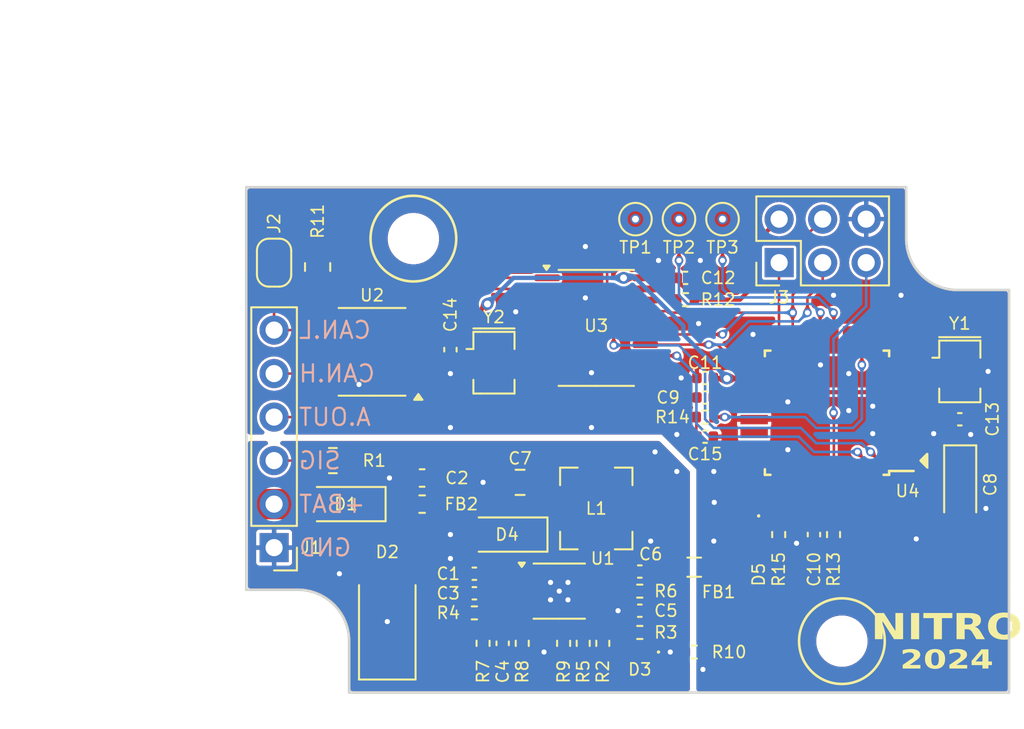
<source format=kicad_pcb>
(kicad_pcb (version 20240108) (generator "pcbnew") (generator_version "8.0")
  (layers (0 "F.Cu" signal) (31 "B.Cu" signal) (34 "B.Paste" user) (35 "F.Paste" user) (36 "B.SilkS" user "B.Silkscreen") (37 "F.SilkS" user "F.Silkscreen") (38 "B.Mask" user) (39 "F.Mask" user) (44 "Edge.Cuts" user))
  (net 0 "")
  (net 1 "/Reset")
  (net 2 "+5V")
  (net 3 "GNDS")
  (net 4 "Net-(U1-BOOT)")
  (net 5 "/PWR.SW")
  (net 6 "GND")
  (net 7 "/CAN.H")
  (net 8 "+BATT")
  (net 9 "/MISO")
  (net 10 "/SCK")
  (net 11 "/MOSI")
  (net 12 "/CAN.L")
  (net 13 "Net-(U1-SS{slash}TR)")
  (net 14 "Net-(U1-COMP)")
  (net 15 "/+5V.PRE")
  (net 16 "Net-(U4-AREF)")
  (net 17 "/A.OUT")
  (net 18 "/INT")
  (net 19 "/~{CS}")
  (net 20 "/+24V.PRE")
  (net 21 "Net-(D1-A)")
  (net 22 "Net-(D3-A)")
  (net 23 "Net-(J1-Pin_3)")
  (net 24 "Net-(J2-Pin_1)")
  (net 25 "Net-(U1-EN)")
  (net 26 "/VOUT.FB")
  (net 27 "Net-(U1-RT{slash}CLK)")
  (net 28 "Net-(U3-~{RESET})")
  (net 29 "Net-(R2-Pad2)")
  (net 30 "/PWM")
  (net 32 "Net-(U2-TXD)")
  (net 34 "Net-(U2-RXD)")
  (net 36 "Net-(U3-OSC1)")
  (net 38 "Net-(U3-OSC2)")
  (net 44 "Net-(U4-XTAL1{slash}PB6)")
  (net 48 "Net-(D5-A)")
  (net 50 "Net-(C5-Pad2)")
  (net 53 "Net-(U4-XTAL2{slash}PB7)")
  (net 56 "Net-(U4-PB0)")
  (net 57 "Net-(U4-PB1)")
  (net 63 "Net-(U4-PC2)")
  (footprint "MountingHole:MountingHole_2.5mm" (layer "F.Cu") (at 39.75 48 -90)
    (property "Reference" "H1" (hide yes))
    (property "Value" "MountingHole")
  )
  (footprint "MountingHole:MountingHole_2.5mm" (layer "F.Cu") (at 64.75 71.5 -90)
    (property "Reference" "H2" (hide yes))
    (property "Value" "MountingHole")
  )
  (footprint "Crystal:Resonator_SMD_muRata_CSTxExxV-3Pin_3.0x1.1mm" (layer "F.Cu") (at 71.628 55.753 -90)
    (property "Reference" "Y1")
    (property "Value" "8MHZ")
  )
  (footprint "Package_SO:SOIC-8_3.9x4.9mm_P1.27mm" (layer "F.Cu") (at 37.338 54.61 180)
    (property "Reference" "U2")
    (property "Value" "TJA1050T")
  )
  (footprint "Inductor_SMD:L_Bourns-SRN4018" (layer "F.Cu") (at 50.419 63.754 90)
    (property "Reference" "L1")
    (property "Value" "47uH")
  )
  (footprint "Capacitor_SMD:C_0603_1608Metric" (layer "F.Cu") (at 40.259 61.976 180)
    (property "Reference" "C2")
    (property "Value" "4.7uF 35V")
  )
  (footprint "Resistor_SMD:R_0402_1005Metric" (layer "F.Cu") (at 50.8 71.628 -90)
    (property "Reference" "R2")
    (property "Value" "51Ω")
  )
  (footprint "Resistor_SMD:R_0805_2012Metric" (layer "F.Cu") (at 34.163 49.657 -90)
    (property "Reference" "R11")
    (property "Value" "120R")
  )
  (footprint "Capacitor_SMD:C_0402_1005Metric" (layer "F.Cu") (at 41.91 54.483 90)
    (property "Reference" "C14")
    (property "Value" "100nF")
  )
  (footprint "Resistor_SMD:R_0402_1005Metric" (layer "F.Cu") (at 48.514 71.628 -90)
    (property "Reference" "R9")
    (property "Value" "10KΩ")
  )
  (footprint "Package_SO:MSOP-10-1EP_3x3mm_P0.5mm_EP1.68x1.88mm" (layer "F.Cu") (at 48.26 68.58)
    (property "Reference" "U1")
    (property "Value" "TPS54240DGQR")
  )
  (footprint "Package_QFP:TQFP-32_7x7mm_P0.8mm" (layer "F.Cu") (at 63.881 58.166 180)
    (property "Reference" "U4")
    (property "Value" "ATmega328P-AU")
  )
  (footprint "LED_SMD:LED_0402_1005Metric" (layer "F.Cu") (at 52.959 72.136 180)
    (property "Reference" "D3")
    (property "Value" "LED")
  )
  (footprint "Capacitor_SMD:C_0402_1005Metric" (layer "F.Cu") (at 52.959 69.723)
    (property "Reference" "C5")
    (property "Value" "2700pF")
  )
  (footprint "Resistor_SMD:R_0402_1005Metric" (layer "F.Cu") (at 49.657 71.628 90)
    (property "Reference" "R5")
    (property "Value" "52.3KΩ")
  )
  (footprint "TestPoint:TestPoint_Pad_D1.5mm" (layer "F.Cu") (at 55.245 46.862)
    (property "Reference" "TP2")
    (property "Value" "B1")
  )
  (footprint "TestPoint:TestPoint_Pad_D1.5mm" (layer "F.Cu") (at 52.705 46.863)
    (property "Reference" "TP1")
    (property "Value" "CS")
  )
  (footprint "Resistor_SMD:R_0402_1005Metric" (layer "F.Cu") (at 52.959 70.993 180)
    (property "Reference" "R3")
    (property "Value" "1K")
  )
  (footprint "Capacitor_SMD:C_0402_1005Metric" (layer "F.Cu") (at 71.628 58.547 180)
    (property "Reference" "C13")
    (property "Value" "100nF")
  )
  (footprint "Package_SO:TSSOP-20_4.4x6.5mm_P0.65mm" (layer "F.Cu") (at 50.419 53.213)
    (property "Reference" "U3")
    (property "Value" "MCP2515-xST")
  )
  (footprint "Inductor_SMD:L_0603_1608Metric" (layer "F.Cu") (at 40.259 63.5)
    (property "Reference" "FB2")
    (property "Value" "300Ω@100MHz")
  )
  (footprint "Resistor_SMD:R_0402_1005Metric" (layer "F.Cu") (at 43.815 71.628 -90)
    (property "Reference" "R7")
    (property "Value" "56.2KΩ")
  )
  (footprint "Inductor_SMD:L_0805_2012Metric" (layer "F.Cu") (at 56.134 67.183)
    (property "Reference" "FB1")
    (property "Value" "300Ω@100MHz")
  )
  (footprint "Diode_SMD:D_SMA" (layer "F.Cu") (at 38.227 70.231 90)
    (property "Reference" "D2")
    (property "Value" "SMAJ30CA")
  )
  (footprint "Resistor_SMD:R_0402_1005Metric" (layer "F.Cu") (at 55.626 51.562 180)
    (property "Reference" "R12")
    (property "Value" "10K")
  )
  (footprint "Capacitor_SMD:C_0402_1005Metric" (layer "F.Cu") (at 63.119 65.278 -90)
    (property "Reference" "C10")
    (property "Value" "100nF")
  )
  (footprint "TestPoint:TestPoint_Pad_D1.5mm" (layer "F.Cu") (at 57.785 46.862)
    (property "Reference" "TP3")
    (property "Value" "B0")
  )
  (footprint "Connector_PinHeader_2.54mm:PinHeader_2x03_P2.54mm_Vertical" (layer "F.Cu") (at 61.087 49.403 90)
    (property "Reference" "J3")
    (property "Value" "AVR-ISP-6")
  )
  (footprint "Capacitor_SMD:C_0805_2012Metric" (layer "F.Cu") (at 45.974 62.23 180)
    (property "Reference" "C7")
    (property "Value" "47uF 10V")
  )
  (footprint "Capacitor_Tantalum_SMD:CP_EIA-3216-10_Kemet-I" (layer "F.Cu") (at 71.6505 62.3795 -90)
    (property "Reference" "C8")
    (property "Value" "10uF 16V")
  )
  (footprint "Capacitor_SMD:C_0402_1005Metric" (layer "F.Cu") (at 56.769 57.277)
    (property "Reference" "C9")
    (property "Value" "100nF")
  )
  (footprint "Resistor_SMD:R_0402_1005Metric" (layer "F.Cu") (at 56.769 58.42)
    (property "Reference" "R14")
    (property "Value" "10K")
  )
  (footprint "Capacitor_SMD:C_0402_1005Metric" (layer "F.Cu") (at 44.958 71.628 90)
    (property "Reference" "C4")
    (property "Value" "10nF")
  )
  (footprint "Jumper:SolderJumper-2_P1.3mm_Open_RoundedPad1.0x1.5mm" (layer "F.Cu") (at 31.623 49.403 -90)
    (property "Reference" "J2")
    (property "Value" "Conn_01x02")
  )
  (footprint "Resistor_SMD:R_0402_1005Metric" (layer "F.Cu") (at 46.101 71.628 -90)
    (property "Reference" "R8")
    (property "Value" "165KΩ")
  )
  (footprint "Resistor_SMD:R_0805_2012Metric" (layer "F.Cu") (at 35.052 60.96)
    (property "Reference" "R1")
    (property "Value" "100R")
  )
  (footprint "Capacitor_SMD:C_0402_1005Metric" (layer "F.Cu") (at 43.307 67.564 180)
    (property "Reference" "C1")
    (property "Value" "100nF")
  )
  (footprint "Connector_PinHeader_2.54mm:PinHeader_1x06_P2.54mm_Vertical" (layer "F.Cu") (at 31.623 66.04 180)
    (property "Reference" "J1")
    (property "Value" "Conn_01x05")
  )
  (footprint "Capacitor_SMD:C_0402_1005Metric" (layer "F.Cu") (at 55.626 50.292 180)
    (property "Reference" "C12")
    (property "Value" "100nF")
  )
  (footprint "Resistor_SMD:R_0402_1005Metric" (layer "F.Cu") (at 61.0616 65.278 90)
    (property "Reference" "R15")
    (property "Value" "1K")
  )
  (footprint "Diode_SMD:D_SOD-123" (layer "F.Cu") (at 35.769 63.5 180)
    (property "Reference" "D1")
    (property "Value" "1N4007W")
  )
  (footprint "Capacitor_SMD:C_0402_1005Metric" (layer "F.Cu") (at 56.769 59.563)
    (property "Reference" "C15")
    (property "Value" "100nF")
  )
  (footprint "Crystal:Resonator_SMD_muRata_CSTxExxV-3Pin_3.0x1.1mm" (layer "F.Cu") (at 44.45 55.245 -90)
    (property "Reference" "Y2")
    (property "Value" "8MHZ")
  )
  (footprint "Diode_SMD:D_SOD-123" (layer "F.Cu") (at 45.212 65.278 180)
    (property "Reference" "D4")
    (property "Value" "RB160M-40")
  )
  (footprint "Capacitor_SMD:C_0402_1005Metric" (layer "F.Cu") (at 43.307 68.707 180)
    (property "Reference" "C3")
    (property "Value" "100nF")
  )
  (footprint "Resistor_SMD:R_0402_1005Metric" (layer "F.Cu") (at 56.134 72.136 180)
    (property "Reference" "R10")
    (property "Value" "0R")
  )
  (footprint "Resistor_SMD:R_0402_1005Metric" (layer "F.Cu") (at 64.262 65.278 -90)
    (property "Reference" "R13")
    (property "Value" "10K")
  )
  (footprint "Capacitor_SMD:C_0402_1005Metric" (layer "F.Cu") (at 52.959 67.437 180)
    (property "Reference" "C6")
    (property "Value" "5.6pF")
  )
  (footprint "LED_SMD:LED_0402_1005Metric" (layer "F.Cu") (at 59.8932 65.278 -90)
    (property "Reference" "D5")
    (property "Value" "LED")
  )
  (footprint "Capacitor_SMD:C_0402_1005Metric" (layer "F.Cu") (at 56.769 56.134)
    (property "Reference" "C11")
    (property "Value" "100nF")
  )
  (footprint "Resistor_SMD:R_0402_1005Metric" (layer "F.Cu") (at 52.959 68.58 180)
    (property "Reference" "R6")
    (property "Value" "76.8KΩ")
  )
  (footprint "Resistor_SMD:R_0402_1005Metric" (layer "F.Cu") (at 43.307 69.85)
    (property "Reference" "R4")
    (property "Value" "332KΩ")
  )
  (gr_poly (pts (xy 69.342 60.96) (xy 69.723 60.579) (xy 69.723 61.341)) (stroke (width 0.15)) (fill solid) (layer "F.SilkS"))
  (gr_line (start 74.5 74.5) (end 68.5 74.5) (stroke (width 0.15)) (layer "Edge.Cuts"))
  (gr_line (start 74.5 68.5) (end 74.5 51) (stroke (width 0.15)) (layer "Edge.Cuts"))
  (gr_line (start 68.5 74.5) (end 36 74.5) (stroke (width 0.15)) (layer "Edge.Cuts"))
  (gr_line (start 36 45) (end 68.5 45) (stroke (width 0.15)) (layer "Edge.Cuts"))
  (gr_arc (start 33 68.5) (mid 35.12132 69.37868) (end 36 71.5) (stroke (width 0.15)) (layer "Edge.Cuts"))
  (gr_arc (start 71.5 51) (mid 69.37868 50.12132) (end 68.5 48) (stroke (width 0.15)) (layer "Edge.Cuts"))
  (gr_line (start 74.5 68.5) (end 74.5 74.5) (stroke (width 0.15)) (layer "Edge.Cuts"))
  (gr_line (start 68.5 45) (end 68.5 48) (stroke (width 0.15)) (layer "Edge.Cuts"))
  (gr_line (start 71.5 51) (end 74.5 51) (stroke (width 0.15)) (layer "Edge.Cuts"))
  (gr_line (start 30 68.5) (end 30 45) (stroke (width 0.15)) (layer "Edge.Cuts"))
  (gr_line (start 36 71.5) (end 36 74.5) (stroke (width 0.15)) (layer "Edge.Cuts"))
  (gr_line (start 30 45) (end 36 45) (stroke (width 0.15)) (layer "Edge.Cuts"))
  (gr_line (start 30 68.5) (end 33 68.5) (stroke (width 0.15)) (layer "Edge.Cuts"))
  (gr_text "CAN.H" (at 37.592 55.88 0) (layer "B.SilkS") (effects (font (size 1 1) (thickness 0.13)) (justify left mirror)))
  (gr_text "GND" (at 36.211048 66.04 0) (layer "B.SilkS") (effects (font (size 1 1) (thickness 0.13)) (justify left mirror)))
  (gr_text "CAN.L" (at 37.353905 53.34 0) (layer "B.SilkS") (effects (font (size 1 1) (thickness 0.13)) (justify left mirror)))
  (gr_text "SIG" (at 35.592 60.96 0) (layer "B.SilkS") (effects (font (size 1 1) (thickness 0.13)) (justify left mirror)))
  (gr_text "+BAT" (at 37.020572 63.5 0) (layer "B.SilkS") (effects (font (size 1 1) (thickness 0.13)) (justify left mirror)))
  (gr_text "A.OUT" (at 37.353905 58.42 0) (layer "B.SilkS") (effects (font (size 1 1) (thickness 0.13)) (justify left mirror)))
  (gr_text "2024" (at 70.866 72.644 0) (layer "F.SilkS") (effects (font (size 1.1 1.4) (thickness 0.24) (bold yes) (italic yes))))
  (gr_text "NITRO" (at 70.866 70.7644 0) (layer "F.SilkS") (effects (font (size 1.5 1.8) (thickness 0.24) (bold yes) (italic yes))))
  (segment (start 64.281 64.749) (end 64.262 64.768) (width 0.15) (layer "F.Cu") (net 1))
  (segment (start 64.281 62.416) (end 64.281 64.749) (width 0.15) (layer "F.Cu") (net 1))
  (segment (start 64.262 64.768) (end 63.149 64.768) (width 0.15) (layer "F.Cu") (net 1))
  (segment (start 64.281 58.185) (end 64.262 58.166) (width 0.15) (layer "F.Cu") (net 1))
  (segment (start 63.149 64.768) (end 63.119 64.798) (width 0.15) (layer "F.Cu") (net 1))
  (segment (start 64.281 62.416) (end 64.281 58.185) (width 0.15) (layer "F.Cu") (net 1))
  (via (at 64.262 58.166) (size 0.5) (drill 0.3) (layers "F.Cu" "B.Cu") (net 1))
  (segment (start 64.262 58.166) (end 64.262 53.848) (width 0.15) (layer "B.Cu") (net 1))
  (segment (start 66.167 51.943) (end 66.167 49.403) (width 0.15) (layer "B.Cu") (net 1))
  (segment (start 64.262 53.848) (end 66.167 51.943) (width 0.15) (layer "B.Cu") (net 1))
  (segment (start 41.275 53.975) (end 41.882 53.975) (width 0.25) (layer "F.Cu") (net 2))
  (segment (start 71.129 58.566) (end 71.148 58.547) (width 0.25) (layer "F.Cu") (net 2))
  (segment (start 68.131 58.566) (end 69.977 58.566) (width 0.25) (layer "F.Cu") (net 2))
  (segment (start 71.628 59.817) (end 71.628 61.007) (width 0.25) (layer "F.Cu") (net 2))
  (segment (start 69.666 56.966) (end 69.977 57.277) (width 0.25) (layer "F.Cu") (net 2))
  (segment (start 59.631 56.166) (end 58.039 56.166) (width 0.25) (layer "F.Cu") (net 2))
  (segment (start 57.281 56.166) (end 57.249 56.134) (width 0.25) (layer "F.Cu") (net 2))
  (segment (start 57.1965 67.183) (end 63.754 67.183) (width 0.25) (layer "F.Cu") (net 2))
  (segment (start 41.882 53.975) (end 41.91 54.003) (width 0.25) (layer "F.Cu") (net 2))
  (segment (start 64.262 66.675) (end 69.596 66.675) (width 0.25) (layer "F.Cu") (net 2))
  (segment (start 71.148 58.547) (end 71.148 59.337) (width 0.25) (layer "F.Cu") (net 2))
  (segment (start 70.104 66.167) (end 70.104 62.576) (width 0.25) (layer "F.Cu") (net 2))
  (segment (start 63.754 67.183) (end 64.262 66.675) (width 0.25) (layer "F.Cu") (net 2))
  (segment (start 53.2775 50.292) (end 53.2815 50.288) (width 0.25) (layer "F.Cu") (net 2))
  (segment (start 58.039 56.166) (end 57.281 56.166) (width 0.25) (layer "F.Cu") (net 2))
  (segment (start 69.596 66.675) (end 70.104 66.167) (width 0.25) (layer "F.Cu") (net 2))
  (segment (start 63.57 56.966) (end 62.77 56.166) (width 0.25) (layer "F.Cu") (net 2))
  (segment (start 59.563 50.8) (end 59.563 48.387) (width 0.25) (layer "F.Cu") (net 2))
  (segment (start 64.262 66.675) (end 64.262 65.788) (width 0.25) (layer "F.Cu") (net 2))
  (segment (start 68.131 56.966) (end 63.57 56.966) (width 0.25) (layer "F.Cu") (net 2))
  (segment (start 41.91 53.975) (end 44.069 51.816) (width 0.25) (layer "F.Cu") (net 2))
  (segment (start 68.131 56.966) (end 69.666 56.966) (width 0.25) (layer "F.Cu") (net 2))
  (segment (start 58.801 51.562) (end 59.563 50.8) (width 0.25) (layer "F.Cu") (net 2))
  (segment (start 53.2815 50.288) (end 55.142 50.288) (width 0.25) (layer "F.Cu") (net 2))
  (segment (start 71.148 59.337) (end 71.628 59.817) (width 0.25) (layer "F.Cu") (net 2))
  (segment (start 52.01 50.292) (end 53.2775 50.292) (width 0.25) (layer "F.Cu") (net 2))
  (segment (start 59.563 48.387) (end 61.087 46.863) (width 0.25) (layer "F.Cu") (net 2))
  (segment (start 70.104 62.576) (end 71.6505 61.0295) (width 0.25) (layer "F.Cu") (net 2))
  (segment (start 56.136 51.562) (end 56.136 51.437) (width 0.25) (layer "F.Cu") (net 2))
  (segment (start 55.146 50.447) (end 55.146 50.292) (width 0.25) (layer "F.Cu") (net 2))
  (segment (start 69.977 57.277) (end 69.977 58.566) (width 0.25) (layer "F.Cu") (net 2))
  (segment (start 55.142 50.288) (end 55.146 50.292) (width 0.25) (layer "F.Cu") (net 2))
  (segment (start 41.275 53.975) (end 41.91 53.975) (width 0.25) (layer "F.Cu") (net 2))
  (segment (start 69.977 58.566) (end 71.129 58.566) (width 0.25) (layer "F.Cu") (net 2))
  (segment (start 39.813 53.975) (end 41.275 53.975) (width 0.25) (layer "F.Cu") (net 2))
  (segment (start 56.136 51.562) (end 58.801 51.562) (width 0.25) (layer "F.Cu") (net 2))
  (segment (start 71.628 61.007) (end 71.6505 61.0295) (width 0.25) (layer "F.Cu") (net 2))
  (segment (start 62.77 56.166) (end 59.631 56.166) (width 0.25) (layer "F.Cu") (net 2))
  (segment (start 56.136 51.437) (end 55.146 50.447) (width 0.25) (layer "F.Cu") (net 2))
  (via (at 58.039 56.166) (size 0.7) (drill 0.4) (layers "F.Cu" "B.Cu") (net 2))
  (via (at 44.069 51.816) (size 0.7) (drill 0.4) (layers "F.Cu" "B.Cu") (net 2))
  (via (at 52.01 50.292) (size 0.7) (drill 0.4) (layers "F.Cu" "B.Cu") (net 2))
  (segment (start 52.01 50.292) (end 52.705 50.292) (width 0.25) (layer "B.Cu") (net 2))
  (segment (start 58.039 56.134) (end 58.039 56.166) (width 0.25) (layer "B.Cu") (net 2))
  (segment (start 44.069 51.816) (end 45.593 50.292) (width 0.25) (layer "B.Cu") (net 2))
  (segment (start 45.593 50.292) (end 52.01 50.292) (width 0.25) (layer "B.Cu") (net 2))
  (segment (start 55.499 53.594) (end 58.039 56.134) (width 0.25) (layer "B.Cu") (net 2))
  (segment (start 52.705 50.292) (end 55.499 53.086) (width 0.25) (layer "B.Cu") (net 2))
  (segment (start 55.499 53.086) (end 55.499 53.594) (width 0.25) (layer "B.Cu") (net 2))
  (via (at 43.815 62.23) (size 0.5) (drill 0.3) (layers "F.Cu" "B.Cu") (net 3))
  (via (at 47.752 69.088) (size 0.5) (drill 0.3) (layers "F.Cu" "B.Cu") (net 3))
  (via (at 47.371 72.136) (size 0.5) (drill 0.3) (layers "F.Cu" "B.Cu") (net 3))
  (via (at 55.118 61.595) (size 0.5) (drill 0.3) (layers "F.Cu" "B.Cu") (net 3))
  (via (at 54.737 72.136) (size 0.5) (drill 0.3) (layers "F.Cu" "B.Cu") (net 3))
  (via (at 48.768 69.088) (size 0.5) (drill 0.3) (layers "F.Cu" "B.Cu") (net 3))
  (via (at 51.689 69.723) (size 0.5) (drill 0.3) (layers "F.Cu" "B.Cu") (net 3))
  (via (at 53.848 60.452) (size 0.5) (drill 0.3) (layers "F.Cu" "B.Cu") (net 3))
  (via (at 53.594 65.659) (size 0.5) (drill 0.3) (layers "F.Cu" "B.Cu") (net 3))
  (via (at 48.26 68.58) (size 0.5) (drill 0.3) (layers "F.Cu" "B.Cu") (net 3))
  (via (at 38.227 70.358) (size 0.5) (drill 0.3) (layers "F.Cu" "B.Cu") (net 3))
  (via (at 38.354 61.976) (size 0.5) (drill 0.3) (layers "F.Cu" "B.Cu") (net 3))
  (via (at 41.91 66.675) (size 0.5) (drill 0.3) (layers "F.Cu" "B.Cu") (net 3))
  (via (at 35.433 67.564) (size 0.5) (drill 0.3) (layers "F.Cu" "B.Cu") (net 3))
  (via (at 48.768 68.072) (size 0.5) (drill 0.3) (layers "F.Cu" "B.Cu") (net 3))
  (via (at 41.91 65.278) (size 0.5) (drill 0.3) (layers "F.Cu" "B.Cu") (net 3))
  (via (at 47.752 68.072) (size 0.5) (drill 0.3) (layers "F.Cu" "B.Cu") (net 3))
  (segment (start 43.803 67.58) (end 43.787 67.564) (width 0.15) (layer "F.Cu") (net 4))
  (segment (start 46.11 67.58) (end 43.803 67.58) (width 0.15) (layer "F.Cu") (net 4))
  (segment (start 42.827 67.028) (end 43.18 66.675) (width 0.15) (layer "F.Cu") (net 5))
  (segment (start 46.862 65.278) (end 50.395 65.278) (width 0.25) (layer "F.Cu") (net 5))
  (segment (start 43.18 66.675) (end 45.593 66.675) (width 0.15) (layer "F.Cu") (net 5))
  (segment (start 42.827 67.564) (end 42.827 67.028) (width 0.15) (layer "F.Cu") (net 5))
  (segment (start 50.395 65.278) (end 50.419 65.254) (width 0.25) (layer "F.Cu") (net 5))
  (segment (start 50.41 67.58) (end 50.41 65.263) (width 0.25) (layer "F.Cu") (net 5))
  (segment (start 50.41 65.263) (end 50.419 65.254) (width 0.25) (layer "F.Cu") (net 5))
  (segment (start 46.862 65.406) (end 46.862 65.278) (width 0.15) (layer "F.Cu") (net 5))
  (segment (start 45.593 66.675) (end 46.862 65.406) (width 0.15) (layer "F.Cu") (net 5))
  (via (at 70.104 59.3852) (size 0.5) (drill 0.3) (layers "F.Cu" "B.Cu") (net 6))
  (via (at 65.151 58.039) (size 0.5) (drill 0.3) (layers "F.Cu" "B.Cu") (net 6))
  (via (at 63.5 55.372) (size 0.5) (drill 0.3) (layers "F.Cu" "B.Cu") (net 6))
  (via (at 56.642 73.152) (size 0.5) (drill 0.3) (layers "F.Cu" "B.Cu") (net 6))
  (via (at 64.262 51.308) (size 0.5) (drill 0.3) (layers "F.Cu" "B.Cu") (net 6))
  (via (at 68.199 51.308) (size 0.5) (drill 0.3) (layers "F.Cu" "B.Cu") (net 6))
  (via (at 45.72 52.2732) (size 0.5) (drill 0.3) (layers "F.Cu" "B.Cu") (net 6))
  (via (at 66.548 57.785) (size 0.5) (drill 0.3) (layers "F.Cu" "B.Cu") (net 6))
  (via (at 59.563 53.594) (size 0.5) (drill 0.3) (layers "F.Cu" "B.Cu") (net 6))
  (via (at 49.784 48.4632) (size 0.5) (drill 0.3) (layers "F.Cu" "B.Cu") (net 6))
  (via (at 73.152 63.754) (size 0.5) (drill 0.3) (layers "F.Cu" "B.Cu") (net 6))
  (via (at 57.277 61.595) (size 0.5) (drill 0.3) (layers "F.Cu" "B.Cu") (net 6))
  (via (at 36.576 56.515) (size 0.5) (drill 0.3) (layers "F.Cu" "B.Cu") (net 6))
  (via (at 56.4896 49.276) (size 0.5) (drill 0.3) (layers "F.Cu" "B.Cu") (net 6))
  (via (at 50.1396 55.8292) (size 0.5) (drill 0.3) (layers "F.Cu" "B.Cu") (net 6))
  (via (at 62.103 65.786) (size 0.5) (drill 0.3) (layers "F.Cu" "B.Cu") (net 6))
  (via (at 61.595 57.531) (size 0.5) (drill 0.3) (layers "F.Cu" "B.Cu") (net 6))
  (via (at 55.372 56.134) (size 0.5) (drill 0.3) (layers "F.Cu" "B.Cu") (net 6))
  (via (at 55.118 59.436) (size 0.5) (drill 0.3) (layers "F.Cu" "B.Cu") (net 6))
  (via (at 41.91 55.88) (size 0.5) (drill 0.3) (layers "F.Cu" "B.Cu") (net 6))
  (via (at 49.784 51.4604) (size 0.5) (drill 0.3) (layers "F.Cu" "B.Cu") (net 6))
  (via (at 72.263 59.436) (size 0.5) (drill 0.3) (layers "F.Cu" "B.Cu") (net 6))
  (via (at 41.91 59.0296) (size 0.5) (drill 0.3) (layers "F.Cu" "B.Cu") (net 6))
  (via (at 69.088 65.532) (size 0.5) (drill 0.3) (layers "F.Cu" "B.Cu") (net 6))
  (via (at 57.277 65.659) (size 0.5) (drill 0.3) (layers "F.Cu" "B.Cu") (net 6))
  (via (at 73.279 55.753) (size 0.5) (drill 0.3) (layers "F.Cu" "B.Cu") (net 6))
  (via (at 50.1396 59.0296) (size 0.5) (drill 0.3) (layers "F.Cu" "B.Cu") (net 6))
  (via (at 65.151 55.88) (size 0.5) (drill 0.3) (layers "F.Cu" "B.Cu") (net 6))
  (via (at 61.595 60.325) (size 0.5) (drill 0.3) (layers "F.Cu" "B.Cu") (net 6))
  (via (at 54.0512 49.276) (size 0.5) (drill 0.3) (layers "F.Cu" "B.Cu") (net 6))
  (via (at 57.3024 63.3984) (size 0.5) (drill 0.3) (layers "F.Cu" "B.Cu") (net 6))
  (via (at 56.388 52.959) (size 0.5) (drill 0.3) (layers "F.Cu" "B.Cu") (net 6))
  (via (at 66.548 59.3852) (size 0.5) (drill 0.3) (layers "F.Cu" "B.Cu") (net 6))
  (segment (start 34.163 50.5695) (end 35.8375 50.5695) (width 0.15) (layer "F.Cu") (net 7))
  (segment (start 33.401 55.245) (end 32.766 55.88) (width 0.15) (layer "F.Cu") (net 7))
  (segment (start 36.195 55.245) (end 34.863 55.245) (width 0.15) (layer "F.Cu") (net 7))
  (segment (start 35.8375 50.5695) (end 36.576 51.308) (width 0.15) (layer "F.Cu") (net 7))
  (segment (start 36.576 54.864) (end 36.195 55.245) (width 0.15) (layer "F.Cu") (net 7))
  (segment (start 32.766 55.88) (end 31.623 55.88) (width 0.15) (layer "F.Cu") (net 7))
  (segment (start 34.863 55.245) (end 33.401 55.245) (width 0.15) (layer "F.Cu") (net 7))
  (segment (start 36.576 51.308) (end 36.576 54.864) (width 0.15) (layer "F.Cu") (net 7))
  (segment (start 41.034 63.4875) (end 41.034 69.355) (width 0.25) (layer "F.Cu") (net 8))
  (segment (start 41.034 69.355) (end 41.529 69.85) (width 0.25) (layer "F.Cu") (net 8))
  (segment (start 43.787 68.707) (end 43.787 68.86) (width 0.25) (layer "F.Cu") (net 8))
  (segment (start 44.823 68.08) (end 44.196 68.707) (width 0.25) (layer "F.Cu") (net 8))
  (segment (start 41.034 63.4875) (end 41.0465 63.5) (width 0.25) (layer "F.Cu") (net 8))
  (segment (start 41.034 61.976) (end 41.034 63.4875) (width 0.25) (layer "F.Cu") (net 8))
  (segment (start 44.196 68.707) (end 43.787 68.707) (width 0.25) (layer "F.Cu") (net 8))
  (segment (start 46.11 68.08) (end 44.823 68.08) (width 0.25) (layer "F.Cu") (net 8))
  (segment (start 41.529 69.85) (end 42.797 69.85) (width 0.25) (layer "F.Cu") (net 8))
  (segment (start 43.787 68.86) (end 42.797 69.85) (width 0.25) (layer "F.Cu") (net 8))
  (segment (start 54.534878 52.238) (end 54.620878 52.324) (width 0.15) (layer "F.Cu") (net 9))
  (segment (start 53.2815 52.238) (end 54.534878 52.238) (width 0.15) (layer "F.Cu") (net 9))
  (segment (start 61.081 52.324) (end 61.081 52.197) (width 0.15) (layer "F.Cu") (net 9))
  (segment (start 61.081 52.578) (end 61.081 49.409) (width 0.15) (layer "F.Cu") (net 9))
  (segment (start 61.081 49.409) (end 61.087 49.403) (width 0.15) (layer "F.Cu") (net 9))
  (segment (start 54.620878 52.324) (end 61.081 52.324) (width 0.15) (layer "F.Cu") (net 9))
  (segment (start 61.081 53.916) (end 61.081 52.578) (width 0.15) (layer "F.Cu") (net 9))
  (segment (start 62.738 51.435) (end 63.627 50.546) (width 0.15) (layer "F.Cu") (net 10))
  (segment (start 62.738 52.324) (end 62.738 51.435) (width 0.15) (layer "F.Cu") (net 10))
  (segment (start 58.668 55.366) (end 59.631 55.366) (width 0.15) (layer "F.Cu") (net 10))
  (segment (start 56.982 54.188) (end 57.49 54.188) (width 0.15) (layer "F.Cu") (net 10))
  (segment (start 53.2815 54.188) (end 56.982 54.188) (width 0.15) (layer "F.Cu") (net 10))
  (segment (start 63.627 50.546) (end 63.627 49.403) (width 0.15) (layer "F.Cu") (net 10))
  (segment (start 57.49 54.188) (end 58.668 55.366) (width 0.15) (layer "F.Cu") (net 10))
  (via (at 56.982 54.188) (size 0.5) (drill 0.3) (layers "F.Cu" "B.Cu") (net 10))
  (via (at 62.738 52.324) (size 0.5) (drill 0.3) (layers "F.Cu" "B.Cu") (net 10))
  (segment (start 62.23 52.832) (end 62.738 52.324) (width 0.15) (layer "B.Cu") (net 10))
  (segment (start 59.309 52.832) (end 62.23 52.832) (width 0.15) (layer "B.Cu") (net 10))
  (segment (start 56.982 54.188) (end 57.953 54.188) (width 0.15) (layer "B.Cu") (net 10))
  (segment (start 57.953 54.188) (end 59.309 52.832) (width 0.15) (layer "B.Cu") (net 10))
  (segment (start 54.412 52.888) (end 53.2815 52.888) (width 0.15) (layer "F.Cu") (net 11))
  (segment (start 62.357 48.133) (end 63.627 46.863) (width 0.15) (layer "F.Cu") (net 11))
  (segment (start 57.785 53.594) (end 55.118 53.594) (width 0.15) (layer "F.Cu") (net 11))
  (segment (start 61.881 52.324) (end 61.881 51.276) (width 0.15) (layer "F.Cu") (net 11))
  (segment (start 61.881 53.916) (end 61.881 52.324) (width 0.15) (layer "F.Cu") (net 11))
  (segment (start 55.118 53.594) (end 54.412 52.888) (width 0.15) (layer "F.Cu") (net 11))
  (segment (start 62.357 50.8) (end 62.357 48.133) (width 0.15) (layer "F.Cu") (net 11))
  (segment (start 61.881 51.276) (end 62.357 50.8) (width 0.15) (layer "F.Cu") (net 11))
  (via (at 57.785 53.594) (size 0.5) (drill 0.3) (layers "F.Cu" "B.Cu") (net 11))
  (via (at 61.881 52.324) (size 0.5) (drill 0.3) (layers "F.Cu" "B.Cu") (net 11))
  (segment (start 59.055 52.324) (end 61.881 52.324) (width 0.15) (layer "B.Cu") (net 11))
  (segment (start 57.785 53.594) (end 59.055 52.324) (width 0.15) (layer "B.Cu") (net 11))
  (segment (start 33.401 53.975) (end 32.766 53.34) (width 0.15) (layer "F.Cu") (net 12))
  (segment (start 32.766 53.34) (end 31.623 53.34) (width 0.15) (layer "F.Cu") (net 12))
  (segment (start 31.623 53.34) (end 31.623 50.307) (width 0.15) (layer "F.Cu") (net 12))
  (segment (start 34.863 53.975) (end 33.401 53.975) (width 0.15) (layer "F.Cu") (net 12))
  (segment (start 31.623 50.038) (end 31.623 50.053) (width 0.15) (layer "F.Cu") (net 12))
  (segment (start 46.11 69.08) (end 45.22 69.08) (width 0.15) (layer "F.Cu") (net 13))
  (segment (start 44.831 69.469) (end 44.831 70.231) (width 0.15) (layer "F.Cu") (net 13))
  (segment (start 44.831 70.231) (end 44.958 70.358) (width 0.15) (layer "F.Cu") (net 13))
  (segment (start 44.958 70.358) (end 44.958 71.148) (width 0.15) (layer "F.Cu") (net 13))
  (segment (start 45.22 69.08) (end 44.831 69.469) (width 0.15) (layer "F.Cu") (net 13))
  (segment (start 50.41 68.58) (end 52.449 68.58) (width 0.15) (layer "F.Cu") (net 14))
  (segment (start 52.479 68.55) (end 52.449 68.58) (width 0.15) (layer "F.Cu") (net 14))
  (segment (start 52.479 67.437) (end 52.479 68.55) (width 0.15) (layer "F.Cu") (net 14))
  (segment (start 54.737 70.993) (end 55.0715 70.6585) (width 0.15) (layer "F.Cu") (net 15))
  (segment (start 51.56 70.358) (end 52.834 70.358) (width 0.15) (layer "F.Cu") (net 15))
  (segment (start 52.834 70.358) (end 53.469 70.993) (width 0.15) (layer "F.Cu") (net 15))
  (segment (start 50.395 62.23) (end 50.419 62.254) (width 0.4) (layer "F.Cu") (net 15))
  (segment (start 46.924 62.23) (end 50.395 62.23) (width 0.4) (layer "F.Cu") (net 15))
  (segment (start 53.469 70.993) (end 54.737 70.993) (width 0.15) (layer "F.Cu") (net 15))
  (segment (start 55.0715 70.6585) (end 55.0715 67.183) (width 0.15) (layer "F.Cu") (net 15))
  (segment (start 50.8 71.118) (end 51.56 70.358) (width 0.15) (layer "F.Cu") (net 15))
  (segment (start 54.38 62.254) (end 55.118 62.992) (width 0.4) (layer "F.Cu") (net 15))
  (segment (start 50.419 62.254) (end 54.38 62.254) (width 0.4) (layer "F.Cu") (net 15))
  (segment (start 55.118 67.1365) (end 55.0715 67.183) (width 0.4) (layer "F.Cu") (net 15))
  (segment (start 55.118 62.992) (end 55.118 67.1365) (width 0.4) (layer "F.Cu") (net 15))
  (segment (start 59.631 57.766) (end 58.655 57.766) (width 0.15) (layer "F.Cu") (net 16))
  (segment (start 58.655 57.766) (end 58.166 57.277) (width 0.15) (layer "F.Cu") (net 16))
  (segment (start 58.166 57.277) (end 57.249 57.277) (width 0.15) (layer "F.Cu") (net 16))
  (segment (start 56.259 59.533) (end 56.289 59.563) (width 0.15) (layer "F.Cu") (net 17))
  (segment (start 56.259 58.42) (end 31.623 58.42) (width 0.15) (layer "F.Cu") (net 17))
  (segment (start 56.259 58.42) (end 56.259 59.533) (width 0.15) (layer "F.Cu") (net 17))
  (segment (start 65.659 60.494752) (end 66.681 61.516752) (width 0.15) (layer "F.Cu") (net 18))
  (segment (start 65.659 60.452) (end 65.659 60.494752) (width 0.15) (layer "F.Cu") (net 18))
  (segment (start 66.681 61.516752) (end 66.681 62.416) (width 0.15) (layer "F.Cu") (net 18))
  (segment (start 55.118 54.838) (end 53.2815 54.838) (width 0.15) (layer "F.Cu") (net 18))
  (via (at 65.659 60.452) (size 0.5) (drill 0.3) (layers "F.Cu" "B.Cu") (net 18))
  (via (at 55.118 54.838) (size 0.5) (drill 0.3) (layers "F.Cu" "B.Cu") (net 18))
  (segment (start 62.23 59.563) (end 63.119 60.452) (width 0.15) (layer "B.Cu") (net 18))
  (segment (start 57.023 59.563) (end 62.23 59.563) (width 0.15) (layer "B.Cu") (net 18))
  (segment (start 56.261 58.801) (end 57.023 59.563) (width 0.15) (layer "B.Cu") (net 18))
  (segment (start 55.118 54.838) (end 56.261 55.981) (width 0.15) (layer "B.Cu") (net 18))
  (segment (start 63.119 60.452) (end 65.659 60.452) (width 0.15) (layer "B.Cu") (net 18))
  (segment (start 56.261 55.981) (end 56.261 58.801) (width 0.15) (layer "B.Cu") (net 18))
  (segment (start 66.421 60.452) (end 66.935 60.966) (width 0.15) (layer "F.Cu") (net 19))
  (segment (start 51.435 51.562) (end 51.054 51.181) (width 0.15) (layer "F.Cu") (net 19))
  (segment (start 53.2815 51.588) (end 51.461 51.588) (width 0.15) (layer "F.Cu") (net 19))
  (segment (start 51.054 51.181) (end 51.054 48.514) (width 0.15) (layer "F.Cu") (net 19))
  (segment (start 51.435 51.562) (end 51.435 54.229) (width 0.15) (layer "F.Cu") (net 19))
  (segment (start 51.461 51.588) (end 51.435 51.562) (width 0.15) (layer "F.Cu") (net 19))
  (segment (start 66.935 60.966) (end 68.131 60.966) (width 0.15) (layer "F.Cu") (net 19))
  (segment (start 51.054 48.514) (end 52.705 46.863) (width 0.15) (layer "F.Cu") (net 19))
  (via (at 66.421 60.452) (size 0.5) (drill 0.3) (layers "F.Cu" "B.Cu") (net 19))
  (via (at 52.705 46.863) (size 0.6) (drill 0.4) (layers "F.Cu" "B.Cu") (net 19))
  (via (at 51.435 54.229) (size 0.5) (drill 0.3) (layers "F.Cu" "B.Cu") (net 19))
  (segment (start 56.769 58.547) (end 57.277 59.055) (width 0.15) (layer "B.Cu") (net 19))
  (segment (start 65.913 59.944) (end 66.421 60.452) (width 0.15) (layer "B.Cu") (net 19))
  (segment (start 57.277 59.055) (end 62.357 59.055) (width 0.15) (layer "B.Cu") (net 19))
  (segment (start 55.245 54.229) (end 56.769 55.753) (width 0.15) (layer "B.Cu") (net 19))
  (segment (start 63.246 59.944) (end 65.913 59.944) (width 0.15) (layer "B.Cu") (net 19))
  (segment (start 51.435 54.229) (end 55.245 54.229) (width 0.15) (layer "B.Cu") (net 19))
  (segment (start 56.769 55.753) (end 56.769 58.547) (width 0.15) (layer "B.Cu") (net 19))
  (segment (start 62.357 59.055) (end 63.246 59.944) (width 0.15) (layer "B.Cu") (net 19))
  (segment (start 36.576 63.5) (end 39.4715 63.5) (width 0.25) (layer "F.Cu") (net 20))
  (segment (start 35.9645 62.8885) (end 36.576 63.5) (width 0.25) (layer "F.Cu") (net 20))
  (segment (start 38.227 68.231) (end 38.227 66.04) (width 0.25) (layer "F.Cu") (net 20))
  (segment (start 38.227 66.04) (end 37.419 65.232) (width 0.25) (layer "F.Cu") (net 20))
  (segment (start 37.419 65.232) (end 37.419 63.5) (width 0.25) (layer "F.Cu") (net 20))
  (segment (start 35.9645 60.96) (end 35.9645 62.8885) (width 0.25) (layer "F.Cu") (net 20))
  (segment (start 34.119 63.5) (end 31.623 63.5) (width 0.3) (layer "F.Cu") (net 21))
  (segment (start 52.449 72.111) (end 52.474 72.136) (width 0.15) (layer "F.Cu") (net 22))
  (segment (start 52.449 70.993) (end 52.449 72.111) (width 0.15) (layer "F.Cu") (net 22))
  (segment (start 34.1395 60.96) (end 31.623 60.96) (width 0.15) (layer "F.Cu") (net 23))
  (segment (start 31.623 48.753) (end 34.1545 48.753) (width 0.15) (layer "F.Cu") (net 24))
  (segment (start 34.1545 48.753) (end 34.163 48.7445) (width 0.15) (layer "F.Cu") (net 24))
  (segment (start 45.087 68.58) (end 43.817 69.85) (width 0.15) (layer "F.Cu") (net 25))
  (segment (start 46.11 68.58) (end 45.087 68.58) (width 0.15) (layer "F.Cu") (net 25))
  (segment (start 43.817 71.116) (end 43.815 71.118) (width 0.15) (layer "F.Cu") (net 25))
  (segment (start 43.817 69.85) (end 43.817 71.116) (width 0.15) (layer "F.Cu") (net 25))
  (segment (start 49.665 69.08) (end 50.41 69.08) (width 0.15) (layer "F.Cu") (net 26))
  (segment (start 49.657 71.118) (end 49.657 70.301) (width 0.15) (layer "F.Cu") (net 26))
  (segment (start 49.403 69.342) (end 49.665 69.08) (width 0.15) (layer "F.Cu") (net 26))
  (segment (start 49.403 70.047) (end 49.403 69.342) (width 0.15) (layer "F.Cu") (net 26))
  (segment (start 49.657 70.301) (end 49.403 70.047) (width 0.15) (layer "F.Cu") (net 26))
  (segment (start 48.514 71.118) (end 49.657 71.118) (width 0.15) (layer "F.Cu") (net 26))
  (segment (start 46.11 71.109) (end 46.101 71.118) (width 0.15) (layer "F.Cu") (net 27))
  (segment (start 46.11 69.58) (end 46.11 71.109) (width 0.15) (layer "F.Cu") (net 27))
  (segment (start 53.2815 50.938) (end 54.492 50.938) (width 0.15) (layer "F.Cu") (net 28))
  (segment (start 54.492 50.938) (end 55.116 51.562) (width 0.15) (layer "F.Cu") (net 28))
  (segment (start 50.8 72.138) (end 49.657 72.138) (width 0.15) (layer "F.Cu") (net 29))
  (segment (start 65.913 55.372) (end 65.913 53.948) (width 0.15) (layer "F.Cu") (net 30))
  (segment (start 65.913 53.948) (end 65.881 53.916) (width 0.15) (layer "F.Cu") (net 30))
  (segment (start 57.279 58.42) (end 57.912 58.42) (width 0.15) (layer "F.Cu") (net 30))
  (via (at 65.913 55.372) (size 0.5) (drill 0.3) (layers "F.Cu" "B.Cu") (net 30))
  (via (at 57.912 58.42) (size 0.5) (drill 0.3) (layers "F.Cu" "B.Cu") (net 30))
  (segment (start 65.405 59.055) (end 65.913 58.547) (width 0.15) (layer "B.Cu") (net 30))
  (segment (start 65.913 58.547) (end 65.913 55.372) (width 0.15) (layer "B.Cu") (net 30))
  (segment (start 63.246 59.055) (end 65.405 59.055) (width 0.15) (layer "B.Cu") (net 30))
  (segment (start 57.912 58.42) (end 62.611 58.42) (width 0.15) (layer "B.Cu") (net 30))
  (segment (start 62.611 58.42) (end 63.246 59.055) (width 0.15) (layer "B.Cu") (net 30))
  (segment (start 41.91 51.816) (end 38.481 51.816) (width 0.15) (layer "F.Cu") (net 32))
  (segment (start 38.481 56.515) (end 39.813 56.515) (width 0.15) (layer "F.Cu") (net 32))
  (segment (start 38.1 56.134) (end 38.481 56.515) (width 0.15) (layer "F.Cu") (net 32))
  (segment (start 38.481 51.816) (end 38.1 52.197) (width 0.15) (layer "F.Cu") (net 32))
  (segment (start 47.5565 50.288) (end 43.438 50.288) (width 0.15) (layer "F.Cu") (net 32))
  (segment (start 43.438 50.288) (end 41.91 51.816) (width 0.15) (layer "F.Cu") (net 32))
  (segment (start 38.1 52.197) (end 38.1 56.134) (width 0.15) (layer "F.Cu") (net 32))
  (segment (start 41.8465 52.705) (end 39.813 52.705) (width 0.15) (layer "F.Cu") (net 34))
  (segment (start 47.5565 50.938) (end 43.6135 50.938) (width 0.15) (layer "F.Cu") (net 34))
  (segment (start 43.6135 50.938) (end 41.8465 52.705) (width 0.15) (layer "F.Cu") (net 34))
  (segment (start 47.5565 55.488) (end 46.239 55.488) (width 0.15) (layer "F.Cu") (net 36))
  (segment (start 46.239 55.488) (end 45.282 56.445) (width 0.15) (layer "F.Cu") (net 36))
  (segment (start 45.282 56.445) (end 44.45 56.445) (width 0.15) (layer "F.Cu") (net 36))
  (segment (start 45.409 54.045) (end 44.45 54.045) (width 0.15) (layer "F.Cu") (net 38))
  (segment (start 46.202 54.838) (end 45.409 54.045) (width 0.15) (layer "F.Cu") (net 38))
  (segment (start 47.5565 54.838) (end 46.202 54.838) (width 0.15) (layer "F.Cu") (net 38))
  (segment (start 68.131 56.166) (end 69.628 56.166) (width 0.15) (layer "F.Cu") (net 44))
  (segment (start 69.628 56.166) (end 70.415 56.953) (width 0.15) (layer "F.Cu") (net 44))
  (segment (start 70.415 56.953) (end 71.628 56.953) (width 0.15) (layer "F.Cu") (net 44))
  (segment (start 61.0616 65.788) (end 59.9182 65.788) (width 0.15) (layer "F.Cu") (net 48))
  (segment (start 59.9182 65.788) (end 59.8932 65.763) (width 0.15) (layer "F.Cu") (net 48))
  (segment (start 53.439 68.61) (end 53.469 68.58) (width 0.15) (layer "F.Cu") (net 50))
  (segment (start 53.439 69.723) (end 53.439 68.61) (width 0.15) (layer "F.Cu") (net 50))
  (segment (start 69.602 55.366) (end 70.415 54.553) (width 0.15) (layer "F.Cu") (net 53))
  (segment (start 68.131 55.366) (end 69.602 55.366) (width 0.15) (layer "F.Cu") (net 53))
  (segment (start 70.415 54.553) (end 71.628 54.553) (width 0.15) (layer "F.Cu") (net 53))
  (segment (start 57.785 49.276) (end 57.785 46.863) (width 0.15) (layer "F.Cu") (net 56))
  (segment (start 64.281 53.916) (end 64.281 52.343) (width 0.15) (layer "F.Cu") (net 56))
  (segment (start 64.281 52.343) (end 64.262 52.324) (width 0.15) (layer "F.Cu") (net 56))
  (via (at 64.262 52.324) (size 0.5) (drill 0.3) (layers "F.Cu" "B.Cu") (net 56))
  (via (at 57.785 46.863) (size 0.6) (drill 0.4) (layers "F.Cu" "B.Cu") (net 56))
  (via (at 57.785 49.276) (size 0.5) (drill 0.3) (layers "F.Cu" "B.Cu") (net 56))
  (segment (start 63.373 51.435) (end 64.262 52.324) (width 0.15) (layer "B.Cu") (net 56))
  (segment (start 57.785 49.276) (end 57.785 50.927) (width 0.15) (layer "B.Cu") (net 56))
  (segment (start 58.293 51.435) (end 63.373 51.435) (width 0.15) (layer "B.Cu") (net 56))
  (segment (start 57.785 50.927) (end 58.293 51.435) (width 0.15) (layer "B.Cu") (net 56))
  (segment (start 55.245 49.276) (end 55.245 46.863) (width 0.15) (layer "F.Cu") (net 57))
  (segment (start 63.481 52.343) (end 63.5 52.324) (width 0.15) (layer "F.Cu") (net 57))
  (segment (start 63.481 53.916) (end 63.481 52.343) (width 0.15) (layer "F.Cu") (net 57))
  (via (at 63.5 52.324) (size 0.5) (drill 0.3) (layers "F.Cu" "B.Cu") (net 57))
  (via (at 55.245 46.863) (size 0.6) (drill 0.4) (layers "F.Cu" "B.Cu") (net 57))
  (via (at 55.245 49.276) (size 0.5) (drill 0.3) (layers "F.Cu" "B.Cu") (net 57))
  (segment (start 55.245 49.276) (end 55.245 51.308) (width 0.15) (layer "B.Cu") (net 57))
  (segment (start 62.992 51.816) (end 63.5 52.324) (width 0.15) (layer "B.Cu") (net 57))
  (segment (start 55.753 51.816) (end 62.992 51.816) (width 0.15) (layer "B.Cu") (net 57))
  (segment (start 55.245 51.308) (end 55.753 51.816) (width 0.15) (layer "B.Cu") (net 57))
  (segment (start 61.081 64.7486) (end 61.0616 64.768) (width 0.15) (layer "F.Cu") (net 63))
  (segment (start 61.081 62.416) (end 61.081 64.7486) (width 0.15) (layer "F.Cu") (net 63))
  (zone (net 20) (net_name "/+24V.PRE") (layer "F.Cu") (priority 3) (connect_pads yes (clearance 0.127)) (min_thickness 0.25) (fill yes (thermal_gap 0.5) (thermal_bridge_width 0.5))
    (polygon (pts (xy 40.005 64.135) (xy 39.497 64.643) (xy 39.497 69.342) (xy 39.116 69.723) (xy 37.338 69.723) (xy 36.957 69.342) (xy 36.957 65.405) (xy 36.576 65.024) (xy 36.576 62.992) (xy 36.83 62.738) (xy 38.1 62.738) (xy 38.227 62.865) (xy 39.751 62.865) (xy 40.005 63.119)))
  )
  (zone (net 21) (net_name "Net-(D1-A)") (layer "F.Cu") (priority 5) (connect_pads yes (clearance 0.127)) (min_thickness 0.25) (fill yes (thermal_gap 0.2) (thermal_bridge_width 0.254))
    (polygon (pts (xy 34.544 64.389) (xy 34.798 64.135) (xy 34.798 62.865) (xy 34.544 62.611) (xy 30.988 62.611) (xy 30.607 62.992) (xy 30.607 64.008) (xy 30.988 64.389)))
  )
  (zone (net 5) (net_name "/PWR.SW") (layer "F.Cu") (priority 2) (connect_pads yes (clearance 0.127)) (min_thickness 0.25) (fill yes (thermal_gap 0.5) (thermal_bridge_width 0.5))
    (polygon (pts (xy 51.1048 67.7164) (xy 51.2572 67.564) (xy 51.2572 66.294) (xy 51.4604 66.0908) (xy 52.4256 66.0908) (xy 52.578 65.9384) (xy 52.578 64.516) (xy 52.4256 64.3636) (xy 46.4312 64.3636) (xy 46.2788 64.516) (xy 46.2788 65.9892) (xy 46.2788 66.0908) (xy 49.276 66.0908) (xy 49.4792 66.294) (xy 49.4792 67.564) (xy 49.6316 67.7164)))
  )
  (zone (net 8) (net_name "+BATT") (layer "F.Cu") (priority 4) (connect_pads yes (clearance 0.127)) (min_thickness 0.25) (fill yes (thermal_gap 0.5) (thermal_bridge_width 0.5))
    (polygon (pts (xy 40.513 61.595) (xy 40.513 69.469) (xy 41.402 70.358) (xy 43.053 70.358) (xy 43.18 70.231) (xy 43.18 69.723) (xy 43.688 69.215) (xy 44.069 69.215) (xy 45.085 68.199) (xy 45.72 68.199) (xy 45.72 67.945) (xy 44.577 67.945) (xy 44.196 68.326) (xy 43.561 68.326) (xy 43.434 68.453) (xy 43.434 68.834) (xy 42.926 69.342) (xy 41.656 69.342) (xy 41.275 68.961) (xy 41.275 64.389) (xy 41.656 64.008) (xy 41.656 61.595) (xy 41.402 61.341) (xy 40.767 61.341)))
  )
  (zone (net 6) (net_name "GND") (layers "F&B.Cu") (connect_pads (clearance 0.127)) (min_thickness 0.25) (fill yes (thermal_gap 0.2) (thermal_bridge_width 0.254))
    (polygon (pts (xy 54.229 59.436) (xy 56.261 61.468) (xy 56.261 74.549) (xy 74.549 74.549) (xy 74.549 44.958) (xy 29.972 44.958) (xy 29.972 59.436)))
  )
  (zone (net 3) (net_name "GNDS") (layers "F&B.Cu") (priority 1) (connect_pads (clearance 0.127)) (min_thickness 0.25) (fill yes (thermal_gap 0.2) (thermal_bridge_width 0.254))
    (polygon (pts (xy 30.099 59.817) (xy 54.102 59.817) (xy 55.88 61.595) (xy 55.88 74.422) (xy 30.099 74.422)))
  )
)
</source>
